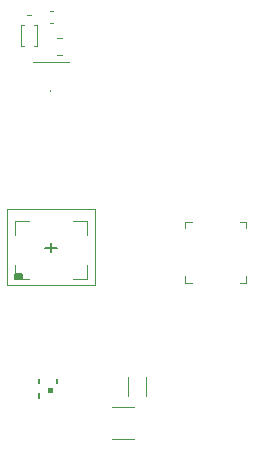
<source format=gbr>
G04 #@! TF.GenerationSoftware,KiCad,Pcbnew,(5.1.0)-1*
G04 #@! TF.CreationDate,2019-09-15T18:31:35-07:00*
G04 #@! TF.ProjectId,Miniscope-v4-Rigid-Flex,4d696e69-7363-46f7-9065-2d76342d5269,rev?*
G04 #@! TF.SameCoordinates,Original*
G04 #@! TF.FileFunction,Legend,Bot*
G04 #@! TF.FilePolarity,Positive*
%FSLAX46Y46*%
G04 Gerber Fmt 4.6, Leading zero omitted, Abs format (unit mm)*
G04 Created by KiCad (PCBNEW (5.1.0)-1) date 2019-09-15 18:31:35*
%MOMM*%
%LPD*%
G04 APERTURE LIST*
%ADD10C,0.120000*%
%ADD11C,0.150000*%
%ADD12C,0.100000*%
G04 APERTURE END LIST*
D10*
X102250000Y-97500000D02*
X105250000Y-97500000D01*
X99984400Y-109930800D02*
X107484400Y-109930800D01*
X99984400Y-116430800D02*
X99984400Y-109930800D01*
X107484400Y-116430800D02*
X99984400Y-116430800D01*
X107484400Y-109930800D02*
X107484400Y-116430800D01*
X100664400Y-114665800D02*
X100664400Y-115900800D01*
X100664400Y-115900800D02*
X101899400Y-115900800D01*
X100664400Y-112195800D02*
X100664400Y-110960800D01*
X100664400Y-110960800D02*
X101899400Y-110960800D01*
X106804400Y-112195800D02*
X106804400Y-110960800D01*
X106804400Y-110960800D02*
X105569400Y-110960800D01*
X106804400Y-114665800D02*
X106804400Y-115900800D01*
X106804400Y-115900800D02*
X105569400Y-115900800D01*
D11*
X103234400Y-113255800D02*
X104234400Y-113255800D01*
X103734400Y-112830800D02*
X103734400Y-113630800D01*
G36*
X100684400Y-115880800D02*
G01*
X101234400Y-115880800D01*
X101234400Y-115430800D01*
X100684400Y-115430800D01*
X100684400Y-115880800D01*
G37*
X100684400Y-115880800D02*
X101234400Y-115880800D01*
X101234400Y-115430800D01*
X100684400Y-115430800D01*
X100684400Y-115880800D01*
X102675800Y-125931000D02*
X102675800Y-125531000D01*
X102675800Y-124731000D02*
X102675800Y-124331000D01*
X104275800Y-124331000D02*
X104275800Y-124731000D01*
D12*
G36*
X103475800Y-125131000D02*
G01*
X103775800Y-125131000D01*
X103775800Y-125431000D01*
X103475800Y-125431000D01*
X103475800Y-125131000D01*
G37*
X103475800Y-125131000D02*
X103775800Y-125131000D01*
X103775800Y-125431000D01*
X103475800Y-125431000D01*
X103475800Y-125131000D01*
X104243200Y-95500600D02*
X104653200Y-95500600D01*
X104243200Y-96900600D02*
X104653200Y-96900600D01*
X110238600Y-125785600D02*
X110238600Y-124225600D01*
X111808600Y-125785600D02*
X111808600Y-124225600D01*
X110795200Y-129411600D02*
X108915200Y-129411600D01*
X110795200Y-126711600D02*
X108915200Y-126711600D01*
X102061000Y-93550800D02*
X101741000Y-93550800D01*
X101221000Y-96160800D02*
X101481000Y-96160800D01*
X101221000Y-94360800D02*
X101221000Y-96160800D01*
X102581000Y-94360800D02*
X102321000Y-94360800D01*
X102581000Y-96160800D02*
X102581000Y-94360800D01*
X102321000Y-96160800D02*
X102581000Y-96160800D01*
X101481000Y-94360800D02*
X101221000Y-94360800D01*
D11*
X103670000Y-99975000D02*
G75*
G03X103670000Y-99975000I-20000J0D01*
G01*
D12*
X103630200Y-93231400D02*
X103880200Y-93231400D01*
X103630200Y-94191400D02*
X103880200Y-94191400D01*
X115104800Y-115657800D02*
X115104800Y-116207800D01*
X115104800Y-116207800D02*
X115654800Y-116207800D01*
X115104800Y-111597800D02*
X115104800Y-111047800D01*
X115104800Y-111047800D02*
X115654800Y-111047800D01*
X120264800Y-111597800D02*
X120264800Y-111047800D01*
X120264800Y-111047800D02*
X119714800Y-111047800D01*
X120264800Y-115657800D02*
X120264800Y-116207800D01*
X120264800Y-116207800D02*
X119714800Y-116207800D01*
M02*

</source>
